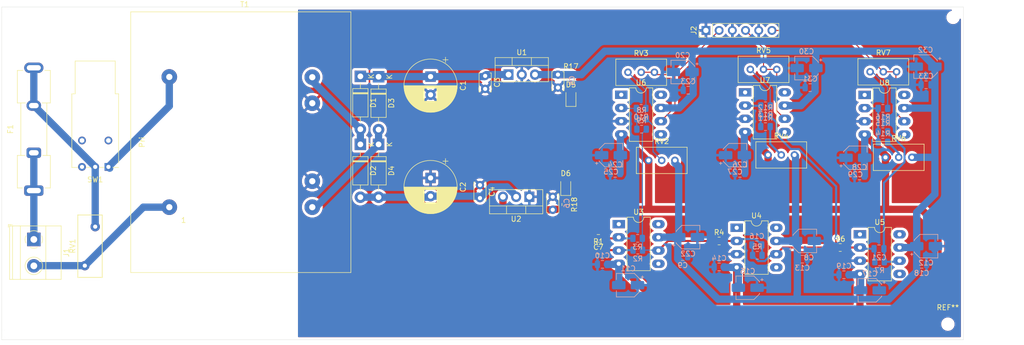
<source format=kicad_pcb>
(kicad_pcb (version 20240108) (generator "pcbnew") (generator_version "8.0")
  (layers (0 "F.Cu" signal) (31 "B.Cu" signal) (34 "B.Paste" user) (35 "F.Paste" user) (36 "B.SilkS" user "B.Silkscreen") (37 "F.SilkS" user "F.Silkscreen") (38 "B.Mask" user) (39 "F.Mask" user) (44 "Edge.Cuts" user))
  (net 0 "")
  (net 1 "Net-(D1-K)")
  (net 2 "GND")
  (net 3 "Net-(D2-A)")
  (net 4 "+15V")
  (net 5 "-15V")
  (net 6 "Net-(U3--)")
  (net 7 "Net-(U4--)")
  (net 8 "Triangular_1")
  (net 9 "Net-(U5--)")
  (net 10 "Senoidal_1")
  (net 11 "Net-(D1-A)")
  (net 12 "Net-(D3-A)")
  (net 13 "Net-(D5-A)")
  (net 14 "Net-(D6-K)")
  (net 15 "Net-(SW1-B)")
  (net 16 "Net-(J1-Pin_1)")
  (net 17 "Net-(J1-Pin_2)")
  (net 18 "Triangular")
  (net 19 "Senoidal")
  (net 20 "Quadrada")
  (net 21 "Net-(U3-+)")
  (net 22 "Quadrada_1")
  (net 23 "Net-(R8-Pad1)")
  (net 24 "Net-(U6--)")
  (net 25 "Net-(R10-Pad2)")
  (net 26 "Net-(U7--)")
  (net 27 "Net-(R11-Pad1)")
  (net 28 "Net-(R13-Pad2)")
  (net 29 "Net-(U8--)")
  (net 30 "Net-(R14-Pad1)")
  (net 31 "Net-(R16-Pad2)")
  (net 32 "Net-(SW1-A)")
  (footprint "Resistor_SMD:R_0805_2012Metric" (layer "F.Cu") (at 126.775 58.76)
    (property "Reference" "R1")
    (property "Value" "R")
  )
  (footprint "Transformer_THT:Transformer_CHK_EI48-8VA_2xSec" (layer "F.Cu") (at 44.25 50.5)
    (property "Reference" "T1")
    (property "Value" "Transformer_1P_2S")
  )
  (footprint "Package_DIP:DIP-8_W7.62mm_LongPads" (layer "F.Cu") (at 155 28.42)
    (property "Reference" "U7")
    (property "Value" "TL081")
  )
  (footprint "Package_DIP:DIP-8_W7.62mm_LongPads" (layer "F.Cu") (at 177.085 55.72)
    (property "Reference" "U5")
    (property "Value" "TL081")
  )
  (footprint "Resistor_SMD:R_0805_2012Metric" (layer "F.Cu") (at 121.5 25.9375 -90)
    (property "Reference" "R17")
    (property "Value" "1k")
  )
  (footprint "Fuse:Fuseholder_Clip-5x20mm_Keystone_3512P_Inline_P23.62x7.27mm_D1.02x2.41x1.02x1.57mm_Horizontal" (layer "F.Cu") (at 18.19 47.31 90)
    (property "Reference" "F1")
    (property "Value" "0.5A/220V")
  )
  (footprint "MountingHole:MountingHole_2.1mm" (layer "F.Cu") (at 194 73)
    (property "Reference" "REF**")
    (property "Value" "MountingHole_2.1mm")
  )
  (footprint "Package_DIP:DIP-8_W7.62mm_LongPads" (layer "F.Cu") (at 177.99 28.91)
    (property "Reference" "U8")
    (property "Value" "TL081")
  )
  (footprint "" (layer "F.Cu") (at 195 14)
    (property "Reference" "")
    (property "Value" "")
  )
  (footprint "Package_DIP:DIP-8_W7.62mm_LongPads" (layer "F.Cu") (at 153.38 54.46)
    (property "Reference" "U4")
    (property "Value" "TL081")
  )
  (footprint "Potentiometer_THT:Potentiometer_Bourns_3296W_Vertical" (layer "F.Cu") (at 161.08 24)
    (property "Reference" "RV5")
    (property "Value" "10k")
  )
  (footprint "Capacitor_THT:C_Disc_D3.4mm_W2.1mm_P2.50mm" (layer "F.Cu") (at 119 25 -90)
    (property "Reference" "C5")
    (property "Value" "100nF/50v")
  )
  (footprint "Potentiometer_THT:Potentiometer_Bourns_3296W_Vertical" (layer "F.Cu") (at 164.49 40.45)
    (property "Reference" "RV4")
    (property "Value" "10k")
  )
  (footprint "Package_DIP:DIP-8_W7.62mm_LongPads" (layer "F.Cu") (at 131.175 28.88)
    (property "Reference" "U6")
    (property "Value" "TL081")
  )
  (footprint "Diode_THT:D_DO-41_SOD81_P10.16mm_Horizontal" (layer "F.Cu") (at 84.5 38.42 -90)
    (property "Reference" "D4")
    (property "Value" "1N4007")
  )
  (footprint "Button_Switch_THT:SW_NKK_BB15AH" (layer "F.Cu") (at 32.54 42.75 180)
    (property "Reference" "SW1")
    (property "Value" "SW_SPDT")
  )
  (footprint "Diode_THT:D_DO-41_SOD81_P10.16mm_Horizontal" (layer "F.Cu") (at 84.5 25.42 -90)
    (property "Reference" "D3")
    (property "Value" "1N4007")
  )
  (footprint "Capacitor_THT:CP_Radial_D10.0mm_P3.50mm" (layer "F.Cu") (at 94.5 44.882323 -90)
    (property "Reference" "C2")
    (property "Value" "2200uF/25V")
  )
  (footprint "Potentiometer_THT:Potentiometer_Bourns_3296W_Vertical" (layer "F.Cu") (at 187.08 40.91)
    (property "Reference" "RV6")
    (property "Value" "10k")
  )
  (footprint "Potentiometer_THT:Potentiometer_Bourns_3296W_Vertical" (layer "F.Cu") (at 141.5 41.5)
    (property "Reference" "RV2")
    (property "Value" "10k")
  )
  (footprint "Resistor_SMD:R_0805_2012Metric" (layer "F.Cu") (at 150 57)
    (property "Reference" "R4")
    (property "Value" "R")
  )
  (footprint "Potentiometer_THT:Potentiometer_Bourns_3296W_Vertical" (layer "F.Cu") (at 184.12 24.46)
    (property "Reference" "RV7")
    (property "Value" "10k")
  )
  (footprint "Capacitor_THT:C_Disc_D3.4mm_W2.1mm_P2.50mm" (layer "F.Cu") (at 104 46.25 -90)
    (property "Reference" "C4")
    (property "Value" "100nF/50v")
  )
  (footprint "Capacitor_SMD:C_0805_2012Metric" (layer "F.Cu") (at 126.775 56.5 180)
    (property "Reference" "C7")
    (property "Value" "100nF/50V")
  )
  (footprint "Package_DIP:DIP-8_W7.62mm_LongPads" (layer "F.Cu") (at 130.705 53.76)
    (property "Reference" "U3")
    (property "Value" "TL081")
  )
  (footprint "Connector_PinHeader_2.54mm:PinHeader_1x06_P2.54mm_Vertical" (layer "F.Cu") (at 147.46 16.5 90)
    (property "Reference" "J2")
    (property "Value" "Conn_01x06")
  )
  (footprint "Capacitor_THT:C_Disc_D3.4mm_W2.1mm_P2.50mm" (layer "F.Cu") (at 118 48.5 -90)
    (property "Reference" "C6")
    (property "Value" "100nF/50v")
  )
  (footprint "Varistor:RV_Disc_D12mm_W4.7mm_P7.5mm" (layer "F.Cu") (at 30 54.25 -90)
    (property "Reference" "RV1")
    (property "Value" "Varistor")
  )
  (footprint "TerminalBlock_Phoenix:TerminalBlock_Phoenix_MKDS-1,5-2-5.08_1x02_P5.08mm_Horizontal" (layer "F.Cu") (at 18.195 56.705 -90)
    (property "Reference" "J1")
    (property "Value" "Conn_01x02")
  )
  (footprint "Diode_THT:D_DO-41_SOD81_P10.16mm_Horizontal" (layer "F.Cu") (at 81 25.34 -90)
    (property "Reference" "D1")
    (property "Value" "1N4007")
  )
  (footprint "Resistor_SMD:R_0805_2012Metric" (layer "F.Cu") (at 173.2925 58.26)
    (property "Reference" "R6")
    (property "Value" "R")
  )
  (footprint "Capacitor_THT:CP_Radial_D10.0mm_P3.50mm" (layer "F.Cu") (at 94.5 25.382323 -90)
    (property "Reference" "C1")
    (property "Value" "2200uF/25V")
  )
  (footprint "Package_TO_SOT_THT:TO-220-3_Vertical" (layer "F.Cu") (at 109.5 25)
    (property "Reference" "U1")
    (property "Value" "LM7815_TO220")
  )
  (footprint "" (layer "F.Cu") (at 13.5 13.5)
    (property "Reference" "")
    (property "Value" "")
  )
  (footprint "Diode_THT:D_DO-41_SOD81_P10.16mm_Horizontal" (layer "F.Cu") (at 81 38.42 -90)
    (property "Reference" "D2")
    (property "Value" "1N4007")
  )
  (footprint "Package_TO_SOT_THT:TO-220-3_Vertical" (layer "F.Cu") (at 113.5 48.5 180)
    (property "Reference" "U2")
    (property "Value" "LM7915_TO220")
  )
  (footprint "Resistor_SMD:R_0805_2012Metric" (layer "F.Cu") (at 120.5 50 -90)
    (property "Reference" "R18")
    (property "Value" "1k")
  )
  (footprint "LED_SMD:LED_0805_2012Metric" (layer "F.Cu") (at 120.5 46.5625 90)
    (property "Reference" "D6")
    (property "Value" "LED")
  )
  (footprint "Potentiometer_THT:Potentiometer_Bourns_3296W_Vertical" (layer "F.Cu") (at 137.55 24.55)
    (property "Reference" "RV3")
    (property "Value" "10k")
  )
  (footprint "Capacitor_THT:C_Disc_D3.4mm_W2.1mm_P2.50mm" (layer "F.Cu") (at 105 25.25 -90)
    (property "Reference" "C3")
    (property "Value" "100nF/50v")
  )
  (footprint "LED_SMD:LED_0805_2012Metric" (layer "F.Cu") (at 121.5 29.4375 90)
    (property "Reference" "D5")
    (property "Value" "LED")
  )
  (footprint "" (layer "F.Cu") (at 13.5 74.5)
    (property "Reference" "")
    (property "Value" "")
  )
  (footprint "Capacitor_SMD:CP_Elec_4x5.8" (layer "B.Cu") (at 179 66.5 180)
    (property "Reference" "C17")
    (property "Value" "10uF/25V")
  )
  (footprint "Capacitor_SMD:C_0805_2012Metric" (layer "B.Cu") (at 166 60.5)
    (property "Reference" "C13")
    (property "Value" "100nF/50V")
  )
  (footprint "Capacitor_SMD:C_0805_2012Metric" (layer "B.Cu") (at 189.8 26.96 180)
    (property "Reference" "C33")
    (property "Value" "100nF/50V")
  )
  (footprint "Resistor_SMD:R_0805_2012Metric" (layer "B.Cu") (at 158.9125 35 180)
    (property "Reference" "R11")
    (property "Value" "R")
  )
  (footprint "Resistor_SMD:R_0805_2012Metric" (layer "B.Cu") (at 157.342498 59.76 180)
    (property "Reference" "R5")
    (property "Value" "R")
  )
  (footprint "Capacitor_SMD:C_0805_2012Metric" (layer "B.Cu") (at 144.05 28 180)
    (property "Reference" "C23")
    (property "Value" "100nF/50V")
  )
  (footprint "Resistor_SMD:R_0805_2012Metric" (layer "B.Cu") (at 135.0875 33.5 180)
    (property "Reference" "R8")
    (property "Value" "R")
  )
  (footprint "Capacitor_SMD:CP_Elec_4x5.8" (layer "B.Cu") (at 143 24.5 180)
    (property "Reference" "C20")
    (property "Value" "10uF/25V")
  )
  (footprint "Resistor_SMD:R_0805_2012Metric" (layer "B.Cu") (at 158.9125 33 180)
    (property "Reference" "R12")
    (property "Value" "R")
  )
  (footprint "Capacitor_SMD:C_0805_2012Metric" (layer "B.Cu") (at 157.254998 57.76 180)
    (property "Reference" "C16")
    (property "Value" "100nF/50V")
  )
  (footprint "Capacitor_SMD:CP_Elec_4x5.8" (layer "B.Cu") (at 129.2 40.5)
    (property "Reference" "C25")
    (property "Value" "10uF/25V")
  )
  (footprint "Resistor_SMD:R_0805_2012Metric" (layer "B.Cu") (at 180.862498 61)
    (property "Reference" "R7")
    (property "Value" "R")
  )
  (footprint "Capacitor_SMD:C_0805_2012Metric" (layer "B.Cu") (at 177 44.5 180)
    (property "Reference" "C28")
    (property "Value" "100nF/50V")
  )
  (footprint "Capacitor_SMD:C_0805_2012Metric" (layer "B.Cu") (at 180.739998 58.5)
    (property "Reference" "C21")
    (property "Value" "100nF/50V")
  )
  (footprint "Capacitor_SMD:CP_Elec_4x5.8" (layer "B.Cu") (at 155.5 66 180)
    (property "Reference" "C15")
    (property "Value" "10uF/25V")
  )
  (footprint "Capacitor_SMD:C_0805_2012Metric" (layer "B.Cu") (at 174 63.5 180)
    (property "Reference" "C19")
    (property "Value" "100nF/50V")
  )
  (footprint "Capacitor_SMD:C_0805_2012Metric" (layer "B.Cu") (at 130 44 180)
    (property "Reference" "C24")
    (property "Value" "100nF/50V")
  )
  (footprint "Capacitor_SMD:CP_Elec_4x5.8" (layer "B.Cu") (at 176.2 41)
    (property "Reference" "C29")
    (property "Value" "10uF/25V")
  )
  (footprint "Resistor_SMD:R_0805_2012Metric" (layer "B.Cu") (at 135.0875 35.5 180)
    (property "Reference" "R9")
    (property "Value" "R")
  )
  (footprint "Resistor_SMD:R_0805_2012Metric" (layer "B.Cu") (at 135 31.5)
    (property "Reference" "R10")
    (property "Value" "R")
  )
  (footprint "Resistor_SMD:R_0805_2012Metric" (layer "B.Cu") (at 134.361248 58.758849)
    (property "Reference" "R2")
    (property "Value" "R")
  )
  (footprint "Capacitor_SMD:CP_Elec_4x5.8" (layer "B.Cu") (at 189.7 23.46 180)
    (property "Reference" "C32")
    (property "Value" "10uF/25V")
  )
  (footprint "Capacitor_SMD:C_0805_2012Metric" (layer "B.Cu") (at 154 44 180)
    (property "Reference" "C26")
    (property "Value" "100nF/50V")
  )
  (footprint "Capacitor_SMD:CP_Elec_4x5.8" (layer "B.Cu") (at 166.8 23.75 180)
    (property "Reference" "C30")
    (property "Value" "10uF/25V")
  )
  (footprint "Capacitor_SMD:C_0805_2012Metric" (layer "B.Cu") (at 127.55 61.5 180)
    (property "Reference" "C10")
    (property "Value" "100nF/50V")
  )
  (footprint "Capacitor_SMD:CP_Elec_4x5.8" (layer "B.Cu") (at 166.5 57)
    (property "Reference" "C8")
    (property "Value" "10uF/25V")
  )
  (footprint "Resistor_SMD:R_0805_2012Metric" (layer "B.Cu") (at 181.5 38 180)
    (property "Reference" "R14")
    (property "Value" "R")
  )
  (footprint "Capacitor_SMD:CP_Elec_4x5.8" (layer "B.Cu") (at 153.05 40.5)
    (property "Reference" "C27")
    (property "Value" "10uF/25V")
  )
  (footprint "Capacitor_SMD:CP_Elec_4x5.8" (layer "B.Cu") (at 144.025 56.26)
    (property "Reference" "C22")
    (property "Value" "10uF/25V")
  )
  (footprint "Resistor_SMD:R_0805_2012Metric" (layer "B.Cu") (at 158.9125 31)
    (property "Reference" "R13")
    (property "Value" "R")
  )
  (footprint "Capacitor_SMD:C_0805_2012Metric" (layer "B.Cu") (at 143 60)
    (property "Reference" "C9")
    (property "Value" "100nF/50V")
  )
  (footprint "Capacitor_SMD:C_0805_2012Metric" (layer "B.Cu") (at 150 62 180)
    (property "Reference" "C14")
    (property "Value" "100nF/50V")
  )
  (footprint "Resistor_SMD:R_0805_2012Metric" (layer "B.Cu") (at 181.5 31.5)
    (property "Reference" "R16")
    (property "Value" "R")
  )
  (footprint "Resistor_SMD:R_0805_2012Metric" (layer "B.Cu") (at 134.324998 56.5)
    (property "Reference" "R3")
    (property "Value" "R")
  )
  (footprint "Capacitor_SMD:C_0805_2012Metric" (layer "B.Cu") (at 188.95 61.5)
    (property "Reference" "C18")
    (property "Value" "100nF/50V")
  )
  (footprint "Resistor_SMD:R_0805_2012Metric" (layer "B.Cu") (at 181.5 36 180)
    (property "Reference" "R15")
    (property "Value" "R")
  )
  (footprint "Capacitor_SMD:C_0805_2012Metric" (layer "B.Cu") (at 167.5 27.5 180)
    (property "Reference" "C31")
    (property "Value" "100nF/50V")
  )
  (footprint "Capacitor_SMD:CP_Elec_4x5.8" (layer "B.Cu") (at 189.8 58)
    (property "Reference" "C12")
    (property "Value" "10uF/25V")
  )
  (footprint "Capacitor_SMD:CP_Elec_4x5.8" (layer "B.Cu") (at 132.5 65.5 180)
    (property "Reference" "C11")
    (property "Value" "10uF/25V")
  )
  (gr_rect (start 12 12) (end 197 76) (stroke (width 0.05)) (fill none) (layer "Edge.Cuts"))
  (segment (start 94.5 25.382323) (end 104.867677 25.382323) (width 1.4) (layer "B.Cu") (net 1))
  (segment (start 105.25 25) (end 105 25.25) (width 1.4) (layer "B.Cu") (net 1))
  (segment (start 104.867677 25.382323) (end 105 25.25) (width 1.4) (layer "B.Cu") (net 1))
  (segment (start 84.42 25.34) (end 84.5 25.42) (width 1.4) (layer "B.Cu") (net 1))
  (segment (start 84.537677 25.382323) (end 84.5 25.42) (width 1.4) (layer "B.Cu") (net 1))
  (segment (start 109.5 25) (end 105.25 25) (width 1.4) (layer "B.Cu") (net 1))
  (segment (start 81 25.34) (end 84.42 25.34) (width 1.4) (layer "B.Cu") (net 1))
  (segment (start 94.5 25.382323) (end 84.537677 25.382323) (width 1.4) (layer "B.Cu") (net 1))
  (segment (start 191.5 58.4) (end 191.6 58.5) (width 1.4) (layer "B.Cu") (net 2))
  (segment (start 191.45 58.65) (end 191.6 58.5) (width 1.4) (layer "B.Cu") (net 2))
  (segment (start 94.302323 48.58) (end 94.5 48.382323) (width 1.4) (layer "B.Cu") (net 3))
  (segment (start 110.96 48.372669) (end 110.96 48.5) (width 1.4) (layer "B.Cu") (net 3))
  (segment (start 110.96 48.768752) (end 110.96 48.5) (width 1.4) (layer "B.Cu") (net 3))
  (segment (start 104 48.75) (end 106.15 46.6) (width 1.4) (layer "B.Cu") (net 3))
  (segment (start 103.632323 48.382323) (end 104 48.75) (width 1.4) (layer "B.Cu") (net 3))
  (segment (start 106.15 46.6) (end 109.187331 46.6) (width 1.4) (layer "B.Cu") (net 3))
  (segment (start 94.5 48.382323) (end 103.632323 48.382323) (width 1.4) (layer "B.Cu") (net 3))
  (segment (start 109.187331 46.6) (end 110.96 48.372669) (width 1.4) (layer "B.Cu") (net 3))
  (segment (start 84.5 48.58) (end 94.302323 48.58) (width 1.4) (layer "B.Cu") (net 3))
  (segment (start 81 48.58) (end 84.5 48.58) (width 1.4) (layer "B.Cu") (net 3))
  (segment (start 121.5 25.025) (end 119.025 25.025) (width 1.4) (layer "F.Cu") (net 4))
  (segment (start 119.025 25.025) (end 119 25) (width 1.4) (layer "F.Cu") (net 4))
  (segment (start 188 52) (end 188 51.5) (width 1.4) (layer "B.Cu") (net 4))
  (segment (start 168.45 27.5) (end 168.45 23.9) (width 1.4) (layer "B.Cu") (net 4))
  (segment (start 165.05 60.5) (end 165.05 57.35) (width 1.4) (layer "B.Cu") (net 4))
  (segment (start 168.6 20.6) (end 168.5 20.5) (width 1.4) (layer "B.Cu") (net 4))
  (segment (start 145 28) (end 145 28.725) (width 1.4) (layer "B.Cu") (net 4))
  (segment (start 191.5 31.5) (end 191.5 41) (width 1.4) (layer "B.Cu") (net 4))
  (segment (start 164.7 57) (end 164.7 40.66) (width 1.4) (layer "B.Cu") (net 4))
  (segment (start 142.05 60.458274) (end 149.791726 68.2) (width 1.4) (layer "B.Cu") (net 4))
  (segment (start 138.325 56.3) (end 138.589163 56.3) (width 1.4) (layer "B.Cu") (net 4))
  (segment (start 182.649163 68.2) (end 188 62.849163) (width 1.4) (layer "B.Cu") (net 4))
  (segment (start 142.05 60) (end 142.05 60.458274) (width 1.4) (layer "B.Cu") (net 4))
  (segment (start 191.5 24) (end 191.6 24.1) (width 1.4) (layer "B.Cu") (net 4))
  (segment (start 145 28.725) (end 142.305 31.42) (width 1.4) (layer "B.Cu") (net 4))
  (segment (start 164.7 57) (end 161 57) (width 1.4) (layer "B.Cu") (net 4))
  (segment (start 142.225 42.725) (end 142.225 56.26) (width 1.4) (layer "B.Cu") (net 4))
  (segment (start 141.5 41.5) (end 141.5 42) (width 1.4) (layer "B.Cu") (net 4))
  (segment (start 164.7 40.66) (end 164.49 40.45) (width 1.4) (layer "B.Cu") (net 4))
  (segment (start 191.45 31.45) (end 191.5 31.5) (width 1.4) (layer "B.Cu") (net 4))
  (segment (start 145 28) (end 145 24.7) (width 1.4) (layer "B.Cu") (net 4))
  (segment (start 119 25) (end 114.58 25) (width 1.4) (layer "B.Cu") (net 4))
  (segment (start 164.6 57.4) (end 164.2 57) (width 1.4) (layer "B.Cu") (net 4))
  (segment (start 142.05 60) (end 142.05 56.435) (width 1.4) (layer "B.Cu") (net 4))
  (segment (start 144.8 20.7) (end 145 20.5) (width 1.4) (layer "B.Cu") (net 4))
  (segment (start 141.5 42) (end 142.225 42.725) (width 1.4) (layer "B.Cu") (net 4))
  (segment (start 168.45 23.9) (end 168.6 23.75) (width 1.4) (layer "B.Cu") (net 4))
  (segment (start 191.5 48) (end 191.5 41) (width 1.4) (layer "B.Cu") (net 4))
  (segment (start 168.45 28.225) (end 165.715 30.96) (width 1.4) (layer "B.Cu") (net 4))
  (segment (start 145 20.5) (end 168.5 20.5) (width 1.4) (layer "B.Cu") (net 4))
  (segment (start 168.6 23.75) (end 168.6 20.6) (width 1.4) (layer "B.Cu") (net 4))
  (segment (start 188 58) (end 188 52) (width 1.4) (layer "B.Cu") (net 4))
  (segment (start 188 61.5) (end 188 58) (width 1.4) (layer "B.Cu") (net 4))
  (segment (start 188.54 20.5) (end 191.5 23.46) (width 1.4) (layer "B.Cu") (net 4))
  (segment (start 119 25) (end 123.5 25) (width 1.4) (layer "B.Cu") (net 4))
  (segment (start 168.5 20.5) (end 188.54 20.5) (width 1.4) (layer "B.Cu") (net 4))
  (segment (start 142.05 56.435) (end 142.225 56.26) (width 1.4) (layer "B.Cu") (net 4))
  (segment (start 145 24.7) (end 144.8 24.5) (width 1.4) (layer "B.Cu") (net 4))
  (segment (start 149.791726 68.2) (end 165 68.2) (width 1.4) (layer "B.Cu") (net 4))
  (segment (start 187.74 58.26) (end 188 58) (width 1.4) (layer "B.Cu") (net 4))
  (segment (start 144.8 24.5) (end 144.8 20.7) (width 1.4) (layer "B.Cu") (net 4))
  (segment (start 138.365 56.26) (end 138.325 56.3) (width 1.4) (layer "B.Cu") (net 4))
  (segment (start 165.715 30.96) (end 162.62 30.96) (width 1.4) (layer "B.Cu") (net 4))
  (segment (start 191.5 41) (end 191.41 40.91) (width 1.4) (layer "B.Cu") (net 4))
  (segment (start 187.08 40.91) (end 191.41 40.91) (width 1.4) (layer "B.Cu") (net 4))
  (segment (start 165 68.2) (end 165 67) (width 1.4) (layer "B.Cu") (net 4))
  (segment (start 165.05 66.95) (end 165.05 60.5) (width 1.4) (layer "B.Cu") (net 4))
  (segment (start 188 62.849163) (end 188 61.5) (width 1.4) (layer "B.Cu") (net 4))
  (segment (start 184.705 58.26) (end 187.74 58.26) (width 1.4) (layer "B.Cu") (net 4))
  (segment (start 123.5 25) (end 128 20.5) (width 1.4) (layer "B.Cu") (net 4))
  (segment (start 191.5 23.46) (end 191.5 31.5) (width 1.4) (layer "B.Cu") (net 4))
  (segment (start 165.05 57.35) (end 164.7 57) (width 1.4) (layer "B.Cu") (net 4))
  (segment (start 165 67) (end 165.05 66.95) (width 1.4) (layer "B.Cu") (net 4))
  (segment (start 168.45 27.5) (end 168.45 28.225) (width 1.4) (layer "B.Cu") (net 4))
  (segment (start 185.61 31.45) (end 191.45 31.45) (width 1.4) (layer "B.Cu") (net 4))
  (segment (start 142.225 56.26) (end 138.365 56.26) (width 1.4) (layer "B.Cu") (net 4))
  (segment (start 128 20.5) (end 145 20.5) (width 1.4) (layer "B.Cu") (net 4))
  (segment (start 142.305 31.42) (end 138.795 31.42) (width 1.4) (layer "B.Cu") (net 4))
  (segment (start 191.5 23.46) (end 191.5 24) (width 1.4) (layer "B.Cu") (net 4))
  (segment (start 188 51.5) (end 191.5 48) (width 1.4) (layer "B.Cu") (net 4))
  (segment (start 165 68.2) (end 182.649163 68.2) (width 1.4) (layer "B.Cu") (net 4))
  (segment (start 119.0875 25.0875) (end 119 25) (width 1.4) (layer "B.Cu") (net 4))
  (segment (start 130.705 61.38) (end 139.825 70.5) (width 1.4) (layer "F.Cu") (net 5))
  (segment (start 136.46 41.5) (end 136.46 50.4525) (width 1.4) (layer "F.Cu") (net 5))
  (segment (start 159.41 50.8225) (end 159.5 50.9125) (width 1.4) (layer "F.Cu") (net 5))
  (segment (start 182 40.91) (end 182 50.9125) (width 1.4) (layer "F.Cu") (net 5))
  (segment (start 108.42 50.805) (end 108.615 51) (width 1.4) (layer "F.Cu") (net 5))
  (segment (start 136.46 41.5) (end 136.175 41.5) (width 1.4) (layer "F.Cu") (net 5))
  (segment (start 188.5 70.5) (end 177 70.5) (width 1.4) (layer "F.Cu") (net 5))
  (segment (start 177 70.5) (end 154 70.5) (width 1.4) (layer "F.Cu") (net 5))
  (segment (start 154 70.5) (end 153.5 70.5) (width 1.4) (layer "F.Cu") (net 5))
  (segment (start 108.42 48.5) (end 108.42 50.805) (width 1.4) (layer "F.Cu") (net 5))
  (segment (start 136.46 50.4525) (end 136 50.9125) (width 1.4) (layer "F.Cu") (net 5))
  (segment (start 108.615 51) (end 118 51) (width 1.4) (layer "F.Cu") (net 5))
  (segment (start 153.38 62.08) (end 153.38 70.38) (width 1.4) (layer "F.Cu") (net 5))
  (segment (start 153.38 70.38) (end 153.5 70.5) (width 1.4) (layer "F.Cu") (net 5))
  (segment (start 194 56) (end 194 65) (width 1.4) (layer "F.Cu") (net 5))
  (segment (start 177.085 63.34) (end 177.085 70.415) (width 1.4) (layer "F.Cu") (net 5))
  (segment (start 188.9125 50.9125) (end 194 56) (width 1.4) (layer "F.Cu") (net 5))
  (segment (start 136.175 41.5) (end 131.175 36.5) (width 1.4) (layer "F.Cu") (net 5))
  (segment (start 159.41 40.45) (end 155 36.04) (width 1.4) (layer "F.Cu") (net 5))
  (segment (start 136 50.9125) (end 159.5 50.9125) (width 1.4) (layer "F.Cu") (net 5))
  (segment (start 177.085 70.415) (end 177 70.5) (width 1.4) (layer "F.Cu") (net 5))
  (segment (start 120.5 50.9125) (end 136 50.9125) (width 1.4) (layer "F.Cu") (net 5))
  (segment (start 118.0875 50.9125) (end 118 51) (width 1.4) (layer "F.Cu") (net 5))
  (segment (start 183 50.9125) (end 188.9125 50.9125) (width 1.4) (layer "F.Cu") (net 5))
  (segment (start 182.37 40.91) (end 182 40.91) (width 1.4) (layer "F.Cu") (net 5))
  (segment (start 182 50.9125) (end 183 50.9125) (width 1.4) (layer "F.Cu") (net 5))
  (segment (start 194 65) (end 188.5 70.5) (width 1.4) (layer "F.Cu") (net 5))
  (segment (start 159.5 50.9125) (end 182 50.9125) (width 1.4) (layer "F.Cu") (net 5))
  (segment (start 120.5 50.9125) (end 118.0875 50.9125) (width 1.4) (layer "F.Cu") (net 5))
  (segment (start 177.99 36.53) (end 182.37 40.91) (width 1.4) (layer "F.Cu") (net 5))
  (segment (start 159.41 40.45) (end 159.41 50.8225) (width 1.4) (layer "F.Cu") (net 5))
  (segment (start 139.825 70.5) (end 154 70.5) (width 1.4) (layer "F.Cu") (net 5))
  (segment (start 130.585 61.5) (end 130.705 61.38) (width 1.4) (layer "B.Cu") (net 5))
  (segment (start 153.7 66) (end 153.7 62.4) (width 1.4) (layer "B.Cu") (net 5))
  (segment (start 154.95 40.6) (end 154.85 40.5) (width 1.4) (layer "B.Cu") (net 5))
  (segment (start 176.925 63.5) (end 177.085 63.34) (width 1.4) (layer "B.Cu") (net 5))
  (segment (start 118.0875 50.9125) (end 118 51) (width 1.4) (layer "B.Cu") (net 5))
  (segment (start 128.5 61.5) (end 130.585 61.5) (width 1.4) (layer "B.Cu") (net 5))
  (segment (start 130.95 40.55) (end 131 40.5) (width 1.4) (layer "B.Cu") (net 5))
  (segment (start 153.7 62.4) (end 153.38 62.08) (width 1.4) (layer "B.Cu") (net 5))
  (segment (start 178 41) (end 178 36.54) (width 1.4) (layer "B.Cu") (net 5))
  (segment (start 177.95 41.05) (end 178 41) (width 1.4) (layer "B.Cu") (net 5))
  (segment (start 177.95 44.5) (end 177.95 41.05) (width 1.4) (layer "B.Cu") (net 5))
  (segment (start 177.2 63.455) (end 177.085 63.34) (width 1.4) (layer "B.Cu") (net 5))
  (segment (start 159.36 40.5) (end 159.41 40.45) (width 1.4) (layer "B.Cu") (net 5))
  (segment (start 130.7 61.385) (end 130.705 61.38) (width 1.4) (layer "B.Cu") (net 5))
  (segment (start 151.03 62.08) (end 150.95 62) (width 1.4) (layer "B.Cu") (net 5))
  (segment (start 130.91 36.765) (end 131.175 36.5) (width 1.4) (layer "B.Cu") (net 5))
  (segment (start 131 36.675) (end 131.175 36.5) (width 1.4) (layer "B.Cu") (net 5))
  (segment (start 178.09 40.91) (end 178 41) (width 1.4) (layer "B.Cu") (net 5))
  (segment (start 154.85 36.19) (end 155 36.04) (width 1.4) (layer "B.Cu") (net 5))
  (segment (start 177.2 66.5) (end 177.2 63.455) (width 1.4) (layer "B.Cu") (net 5))
  (segment (start 130.95 44) (end 130.95 40.55) (width 1.4) (layer "B.Cu") (net 5))
  (segment (start 174.95 63.5) (end 176.925 63.5) (width 1.4) (layer "B.Cu") (net 5))
  (segment (start 181.91 41) (end 182 40.91) (width 1.4) (layer "B.Cu") (net 5))
  (segment (start 178 36.54) (end 177.99 36.53) (width 1.4) (layer "B.Cu") (net 5))
  (segment (start 154.85 40.5) (end 154.85 36.19) (width 1.4) (layer "B.Cu") (net 5))
  (segment (start 130.7 65.5) (end 130.7 61.385) (width 1.4) (layer "B.Cu") (net 5))
  (segment (start 131 40.5) (end 131 36.675) (width 1.4) (layer "B.Cu") (net 5))
  (segment (start 153.38 62.08) (end 151.03 62.08) (width 1.4) (layer "B.Cu") (net 5))
  (segment (start 154.95 44) (end 154.95 40.6) (width 1.4) (layer "B.Cu") (net 5))
  (segment (start 130.505 56.5) (end 130.705 56.3) (width 0.4) (layer "F.Cu") (net 6))
  (segment (start 127.725 56.5) (end 130.505 56.5) (width 0.4) (layer "F.Cu") (net 6))
  (segment (start 130.905 56.5) (end 130.705 56.3) (width 0.4) (layer "B.Cu") (net 6))
  (segment (start 133.412498 56.5) (end 130.905 56.5) (width 0.4) (layer "B.Cu") (net 6))
  (segment (start 150.9125 57) (end 153.38 57) (width 0.4) (layer "F.Cu") (net 7))
  (segment (start 158.204998 57.76) (end 157.079998 56.635) (width 0.4) (layer "B.Cu") (net 7))
  (segment (start 157.079998 56.635) (end 153.745 56.635) (width 0.4) (layer "B.Cu") (net 7))
  (segment (start 158.254998 59.76) (end 158.254998 57.81) (width 0.4) (layer "B.Cu") (net 7))
  (segment (start 153.745 56.635) (end 153.38 57) (width 0.4) (layer "B.Cu") (net 7))
  (segment (start 158.254998 57.81) (end 158.204998 57.76) (width 0.4) (layer "B.Cu") (net 7))
  (segment (start 172.5 58.14) (end 172.38 58.26) (width 0.4) (layer "F.Cu") (net 8))
  (segment (start 172.5 56.5) (end 172.5 58.14) (width 0.4) (layer "F.Cu") (net 8))
  (segment (start 162.28 58.26) (end 161 59.54) (width 0.4) (layer "F.Cu") (net 8))
  (segment (start 172.38 58.26) (end 162.28 58.26) (width 0.4) (layer "F.Cu") (net 8))
  (via (at 172.5 56.5) (size 0.6) (drill 0.3) (layers "F.Cu" "B.Cu") (net 8))
  (segment (start 165.33 39.33) (end 163.812944 39.33) (width 0.4) (layer "B.Cu") (net 8))
  (segment (start 161.02 34.195) (end 159.825 33) (width 0.4) (layer "B.Cu") (net 8))
  (segment (start 172.5 56.5) (end 172.5 46.5) (width 0.4) (layer "B.Cu") (net 8))
  (segment (start 156.429998 59.76) (end 156.429998 57.885) (width 0.4) (layer "B.Cu") (net 8))
  (segment (start 157.529998 60.86) (end 156.429998 59.76) (width 0.4) (layer "B.Cu") (net 8))
  (segment (start 160.113664 59.54) (end 158.793664 60.86) (width 0.4) (layer "B.Cu") (net 8))
  (segment (start 158.793664 60.86) (end 157.529998 60.86) (width 0.4) (layer "B.Cu") (net 8))
  (segment (start 161.02 36.537056) (end 161.02 34.195) (width 0.4) (layer "B.Cu") (net 8))
  (segment (start 163.812944 39.33) (end 161.02 36.537056) (width 0.4) (layer "B.Cu") (net 8))
  (segment (start 172.5 46.5) (end 165.33 39.33) (width 0.4) (layer "B.Cu") (net 8))
  (segment (start 161 59.54) (end 160.113664 59.54) (width 0.4) (layer "B.Cu") (net 8))
  (segment (start 156.429998 57.885) (end 156.304998 57.76) (width 0.4) (layer "B.Cu") (net 8))
  (segment (start 174.205 58.26) (end 177.085 58.26) (width 0.4) (layer "F.Cu") (net 9))
  (segment (start 179.949998 58.66) (end 179.789998 58.5) (width 0.4) (layer "B.Cu") (net 9))
  (segment (start 177.325 58.5) (end 177.085 58.26) (width 0.4) (layer "B.Cu") (net 9))
  (segment (start 179.789998 58.5) (end 177.325 58.5) (width 0.4) (layer "B.Cu") (net 9))
  (segment (start 179.949998 61) (end 179.949998 58.66) (width 0.4) (layer "B.Cu") (net 9))
  (segment (start 181.774998 61) (end 181.774998 58.585) (width 0.4) (layer "B.Cu") (net 10))
  (segment (start 181.689998 58.5) (end 181.689998 45.810002) (width 0.4) (layer "B.Cu") (net 10))
  (segment (start 185.66 39.2475) (end 182.4125 36) (width 0.4) (layer "B.Cu") (net 10))
  (segment (start 185.66 41.84) (end 185.66 39.2475) (width 0.4) (layer "B.Cu") (net 10))
  (segment (start 184.505 61) (end 184.705 60.8) (width 0.4) (layer "B.Cu") (net 10))
  (segment (start 181.774998 58.585) (end 181.689998 58.5) (width 0.4) (layer "B.Cu") (net 10))
  (segment (start 181.774998 61) (end 184.505 61) (width 0.4) (layer "B.Cu") (net 10))
  (segment (start 181.689998 45.810002) (end 185.66 41.84) (width 0.4) (layer "B.Cu") (net 10))
  (segment (start 81 35.5) (end 81 38.42) (width 1.4) (layer "B.Cu") (net 11))
  (segment (start 71.75 25.5) (end 71.75 26.25) (width 1.4) (layer "B.Cu") (net 11))
  (segment (start 71.75 26.25) (end 81 35.5) (width 1.4) (layer "B.Cu") (net 11))
  (segment (start 72.42 50.5) (end 84.5 38.42) (width 1.4) (layer "B.Cu") (net 12))
  (segment (start 71.75 50.5) (end 72.42 50.5) (width 1.4) (layer "B.Cu") (net 12))
  (segment (start 84.5 35.58) (end 84.5 38.42) (width 1.4) (layer "B.Cu") (net 12))
  (segment (start 121.5 26.85) (end 121.5 28.5) (width 1.4) (layer "F.Cu") (net 13))
  (segment (start 120.5 49.0875) (end 120.5 47.5) (width 1.4) (layer "F.Cu") (net 14))
  (segment (start 18.19 30.96) (end 18.21 30.96) (width 1.4) (layer "B.Cu") (net 15))
  (segment (start 30 54.25) (end 30 42.75) (width 1.4) (layer "B.Cu") (net 15))
  (segment (start 18.21 30.96) (end 30 42.75) (width 1.4) (layer "B.Cu") (net 15))
  (segment (start 18.19 30.96) (end 18.19 23.69) (width 1.4) (layer "B.Cu") (net 15))
  (segment (start 18.19 47.31) (end 18.19 40.04) (width 1.4) (layer "B.Cu") (net 16))
  (segment (start 18.195 56.705) (end 18.195 47.315) (width 1.4) (layer "B.Cu") (net 16))
  (segment (start 18.195 47.315) (end 18.19 47.31) (width 1.4) (layer "B.Cu") (net 16))
  (segment (start 18.23 61.75) (end 18.195 61.785) (width 1.4) (layer "B.Cu") (net 17))
  (segment (start 39.25 50.5) (end 28 61.75) (width 1.4) (layer "B.Cu") (net 17))
  (segment (start 44.25 50.5) (end 39.25 50.5) (width 1.4) (layer "B.Cu") (net 17))
  (segment (start 28 61.75) (end 18.23 61.75) (width 1.4) (layer "B.Cu") (net 17))
  (segment (start 158.54 19.96) (end 155.08 16.5) (width 0.2) (layer "F.Cu") (net 18))
  (segment (start 158.54 24) (end 161.08 24) (width 0.2) (layer "F.Cu") (net 18))
  (segment (start 158.54 24) (end 158.54 19.96) (width 0.2) (layer "F.Cu") (net 18))
  (segment (start 161.08 24) (end 161.08 31.96) (width 0.2) (layer "F.Cu") (net 18))
  (segment (start 161.08 31.96) (end 162.62 33.5) (width 0.2) (layer "F.Cu") (net 18))
  (segment (start 184.12 24.46) (end 184 24.58) (width 0.2) (layer "F.Cu") (net 19))
  (segment (start 184 32.38) (end 185.61 33.99) (width 0.2) (layer "F.Cu") (net 19))
  (segment (start 160.16 16.5) (end 173.62 16.5) (width 0.2) (layer "F.Cu") (net 19))
  (segment (start 173.62 16.5) (end 181.58 24.46) (width 0.2) (layer "F.Cu") (net 19))
  (segment (start 181.58 24.46) (end 184.12 24.46) (width 0.2) (layer "F.Cu") (net 19))
  (segment (start 184 24.58) (end 184 32.38) (width 0.2) (layer "F.Cu") (net 19))
  (segment (start 141.5 31.255) (end 141.5 25) (width 0.2) (layer "F.Cu") (net 20))
  (segment (start 141.5 25) (end 150 16.5) (width 0.2) (layer "F.Cu") (net 20))
  (segment (start 137.55 24.55) (end 138 25) (width 0.2) (layer "F.Cu") (net 20))
  (segment (start 138.795 33.96) (end 141.5 31.255) (width 0.2) (layer "F.Cu") (net 20))
  (segment (start 138 25) (end 141.5 25) (width 0.2) (layer "F.Cu") (net 20))
  (segment (start 135.01 24.55) (end 137.55 24.55) (width 0.2) (layer "F.Cu") (net 20))
  (segment (start 130.625 58.76) (end 130.705 58.84) (width 0.4) (layer "F.Cu") (net 21))
  (segment (start 127.6875 58.76) (end 130.625 58.76) (width 0.4) (layer "F.Cu") (net 21))
  (segment (start 133.448748 58.758849) (end 130.786151 58.758849) (width 0.4) (layer "B.Cu") (net 21))
  (segment (start 130.786151 58.758849) (end 130.705 58.84) (width 0.4) (layer "B.Cu") (net 21))
  (segment (start 149.0875 57) (end 140.165 57) (width 0.4) (layer "F.Cu") (net 22))
  (segment (start 140.165 57) (end 138.325 58.84) (width 0.4) (layer "F.Cu") (net 22))
  (segment (start 135.273748 58.758849) (end 138.243849 58.758849) (width 0.2) (layer "B.Cu") (net 22))
  (segment (start 136 35.5) (end 135.237498 36.262502) (width 0.2) (layer "B.Cu") (net 22))
  (segment (start 135.237498 57.237498) (end 135.273748 57.273748) (width 0.2) (layer "B.Cu") (net 22))
  (segment (start 135.237498 56.758849) (end 135.237498 57.237498) (width 0.2) (layer "B.Cu") (net 22))
  (segment (start 138.243849 58.758849) (end 138.325 58.84) (width 0.2) (layer "B.Cu") (net 22))
  (segment (start 135.237498 36.262502) (end 135.237498 56.758849) (width 0.2) (layer "B.Cu") (net 22))
  (segment (start 135.273748 57.273748) (end 135.273748 58.758849) (width 0.2) (layer "B.Cu") (net 22))
  (segment (start 137.295 34.795) (end 137.295 39.835) (width 0.2) (layer "B.Cu") (net 23))
  (segment (start 137.295 39.835) (end 138.96 41.5) (width 0.2) (layer "B.Cu") (net 23))
  (segment (start 136 33.5) (end 137.295 34.795) (width 0.2) (layer "B.Cu") (net 23))
  (segment (start 134.0875 31.5) (end 131.255 31.5) (width 0.2) (layer "B.Cu") (net 24))
  (segment (start 134.0875 33.4125) (end 134.175 33.5) (width 0.2) (layer "B.Cu") (net 24))
  (segment (start 131.255 31.5) (end 131.175 31.42) (width 0.2) (layer "B.Cu") (net 24))
  (segment (start 134.0875 31.5) (end 134.0875 33.4125) (width 0.2) (layer "B.Cu") (net 24))
  (segment (start 134.175 33.5) (end 134.175 35.5) (width 0.2) (layer "B.Cu") (net 24))
  (segment (start 135.9125 27.9925) (end 132.47 24.55) (width 0.2) (layer "B.Cu") (net 25))
  (segment (start 135.9125 31.5) (end 135.9125 27.9925) (width 0.2) (layer "B.Cu") (net 25))
  (segment (start 158 31) (end 155.04 31) (width 0.4) (layer "B.Cu") (net 26))
  (segment (start 155.04 31) (end 155 30.96) (width 0.4) (layer "B.Cu") (net 26))
  (segment (start 158 33) (end 158 31) (width 0.4) (layer "B.Cu") (net 26))
  (segment (start 158 35) (end 158 33) (width 0.4) (layer "B.Cu") (net 26))
  (segment (start 159.825 38.325) (end 161.95 40.45) (width 0.4) (layer "B.Cu") (net 27))
  (segment (start 159.825 35) (end 159.825 38.325) (width 0.4) (layer "B.Cu") (net 27))
  (segment (start 156 24) (end 159.825 27.825) (width 0.2) (layer "B.Cu") (net 28))
  (segment (start 159.825 27.825) (end 159.825 30.5) (width 0.2) (layer "B.Cu") (net 28))
  (segment (start 178.04 31.5) (end 177.99 31.45) (width 0.4) (layer "B.Cu") (net 29))
  (segment (start 180.5875 36) (end 180.5875 31.5) (width 0.4) (layer "B.Cu") (net 29))
  (segment (start 180.5875 38) (end 180.5875 36) (width 0.4) (layer "B.Cu") (net 29))
  (segment (start 180.5875 31.5) (end 178.04 31.5) (width 0.4) (layer "B.Cu") (net 29))
  (segment (start 184.54 40.91) (end 184.54 40.1275) (width 0.4) (layer "B.Cu") (net 30))
  (segment (start 184.54 40.1275) (end 182.4125 38) (width 0.4) (layer "B.Cu") (net 30))
  (segment (start 179.46 24.46) (end 182.4125 27.4125) (width 0.2) (layer "B.Cu") (net 31))
  (segment (start 179.04 24.46) (end 179.46 24.46) (width 0.2) (layer "B.Cu") (net 31))
  (segment (start 182.4125 27.4125) (end 182.4125 31.5) (width 0.2) (layer "B.Cu") (net 31))
  (segment (start 44.25 25.45) (end 44.25 31.04) (width 1.4) (layer "B.Cu") (net 32))
  (segment (start 32.54 42.75) (end 32.79 43) (width 1.4) (layer "B.Cu") (net 32))
  (segment (start 44.25 31.04) (end 32.54 42.75) (width 1.4) (layer "B.Cu") (net 32))
  (zone (net 2) (net_name "GND") (layers "F&B.Cu") (connect_pads (clearance 0.5)) (min_thickness 0.25) (fill yes (thermal_gap 0.5) (thermal_bridge_width 0.5))
    (polygon (pts (xy 69 12) (xy 69 76) (xy 197 76) (xy 197 12)))
  )
)
</source>
